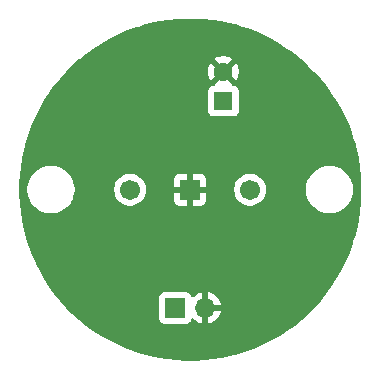
<source format=gbr>
%TF.GenerationSoftware,KiCad,Pcbnew,9.0.1-9.0.1-0~ubuntu24.04.1*%
%TF.CreationDate,2025-04-06T11:06:09+01:00*%
%TF.ProjectId,AccessibleSwitches,41636365-7373-4696-926c-655377697463,rev?*%
%TF.SameCoordinates,Original*%
%TF.FileFunction,Copper,L2,Bot*%
%TF.FilePolarity,Positive*%
%FSLAX46Y46*%
G04 Gerber Fmt 4.6, Leading zero omitted, Abs format (unit mm)*
G04 Created by KiCad (PCBNEW 9.0.1-9.0.1-0~ubuntu24.04.1) date 2025-04-06 11:06:09*
%MOMM*%
%LPD*%
G01*
G04 APERTURE LIST*
%TA.AperFunction,ComponentPad*%
%ADD10C,1.701800*%
%TD*%
%TA.AperFunction,ComponentPad*%
%ADD11R,1.701800X1.701800*%
%TD*%
%TA.AperFunction,ComponentPad*%
%ADD12R,1.600000X1.600000*%
%TD*%
%TA.AperFunction,ComponentPad*%
%ADD13C,1.600000*%
%TD*%
%TA.AperFunction,ComponentPad*%
%ADD14R,1.700000X1.700000*%
%TD*%
%TA.AperFunction,ComponentPad*%
%ADD15O,1.700000X1.700000*%
%TD*%
G04 APERTURE END LIST*
D10*
%TO.P,SW1,1,1*%
%TO.N,+3.3V*%
X143602379Y-91000000D03*
D11*
%TO.P,SW1,2,2*%
%TO.N,GND*%
X148682379Y-91000000D03*
D10*
%TO.P,SW1,3*%
%TO.N,N/C*%
X153762379Y-91000000D03*
%TD*%
D12*
%TO.P,C2,1*%
%TO.N,+3.3V*%
X151500000Y-83500000D03*
D13*
%TO.P,C2,2*%
%TO.N,GND*%
X151500000Y-81000000D03*
%TD*%
D14*
%TO.P,J1,1,Pin_1*%
%TO.N,+3.3V*%
X147432379Y-101000000D03*
D15*
%TO.P,J1,2,Pin_2*%
%TO.N,GND*%
X149972379Y-101000000D03*
%TD*%
%TA.AperFunction,Conductor*%
%TO.N,GND*%
G36*
X149082796Y-76505639D02*
G01*
X149131976Y-76508216D01*
X149834390Y-76545027D01*
X149840818Y-76545533D01*
X150589376Y-76624209D01*
X150595752Y-76625049D01*
X151262352Y-76730628D01*
X151339116Y-76742787D01*
X151345499Y-76743970D01*
X151539770Y-76785263D01*
X152081666Y-76900447D01*
X152087953Y-76901956D01*
X152814961Y-77096757D01*
X152821163Y-77098594D01*
X153536952Y-77331169D01*
X153543049Y-77333327D01*
X154001089Y-77509153D01*
X154245686Y-77603045D01*
X154251679Y-77605527D01*
X154939245Y-77911651D01*
X154945071Y-77914429D01*
X155615676Y-78256120D01*
X155621381Y-78259218D01*
X156273176Y-78635532D01*
X156278675Y-78638902D01*
X156909901Y-79048825D01*
X156915218Y-79052479D01*
X157199949Y-79259348D01*
X157524102Y-79494859D01*
X157529253Y-79498811D01*
X158114151Y-79972453D01*
X158119087Y-79976669D01*
X158678387Y-80480264D01*
X158683096Y-80484733D01*
X159215266Y-81016903D01*
X159219735Y-81021612D01*
X159723330Y-81580912D01*
X159727546Y-81585848D01*
X160201188Y-82170746D01*
X160205139Y-82175896D01*
X160551147Y-82652135D01*
X160647509Y-82784765D01*
X160651186Y-82790115D01*
X161061086Y-83421306D01*
X161064478Y-83426841D01*
X161440781Y-84078618D01*
X161443879Y-84084323D01*
X161785561Y-84754911D01*
X161788356Y-84760771D01*
X162094470Y-85448316D01*
X162096954Y-85454313D01*
X162366667Y-86156938D01*
X162368834Y-86163058D01*
X162601401Y-86878825D01*
X162603245Y-86885049D01*
X162798040Y-87612033D01*
X162799555Y-87618346D01*
X162956029Y-88354500D01*
X162957212Y-88360883D01*
X163074945Y-89104215D01*
X163075793Y-89110652D01*
X163154464Y-89859160D01*
X163154973Y-89865631D01*
X163194361Y-90617203D01*
X163194531Y-90623693D01*
X163194531Y-91376306D01*
X163194361Y-91382796D01*
X163154973Y-92134368D01*
X163154464Y-92140839D01*
X163075793Y-92889347D01*
X163074945Y-92895784D01*
X162957212Y-93639116D01*
X162956029Y-93645499D01*
X162799555Y-94381653D01*
X162798040Y-94387966D01*
X162603245Y-95114950D01*
X162601401Y-95121174D01*
X162368834Y-95836941D01*
X162366667Y-95843061D01*
X162096954Y-96545686D01*
X162094470Y-96551683D01*
X161788356Y-97239228D01*
X161785561Y-97245088D01*
X161443879Y-97915676D01*
X161440781Y-97921381D01*
X161064478Y-98573158D01*
X161061086Y-98578693D01*
X160651186Y-99209884D01*
X160647509Y-99215234D01*
X160205140Y-99824102D01*
X160201188Y-99829253D01*
X159727546Y-100414151D01*
X159723330Y-100419087D01*
X159219735Y-100978387D01*
X159215266Y-100983096D01*
X158683096Y-101515266D01*
X158678387Y-101519735D01*
X158119087Y-102023330D01*
X158114151Y-102027546D01*
X157529253Y-102501188D01*
X157524102Y-102505140D01*
X156915234Y-102947509D01*
X156909884Y-102951186D01*
X156278693Y-103361086D01*
X156273158Y-103364478D01*
X155621381Y-103740781D01*
X155615676Y-103743879D01*
X154945088Y-104085561D01*
X154939228Y-104088356D01*
X154251683Y-104394470D01*
X154245686Y-104396954D01*
X153543061Y-104666667D01*
X153536941Y-104668834D01*
X152821174Y-104901401D01*
X152814950Y-104903245D01*
X152087966Y-105098040D01*
X152081653Y-105099555D01*
X151345499Y-105256029D01*
X151339116Y-105257212D01*
X150595784Y-105374945D01*
X150589347Y-105375793D01*
X149840839Y-105454464D01*
X149834368Y-105454973D01*
X149082797Y-105494361D01*
X149076307Y-105494531D01*
X148323693Y-105494531D01*
X148317203Y-105494361D01*
X147565631Y-105454973D01*
X147559160Y-105454464D01*
X146810652Y-105375793D01*
X146804215Y-105374945D01*
X146060883Y-105257212D01*
X146054500Y-105256029D01*
X145318346Y-105099555D01*
X145312033Y-105098040D01*
X144585049Y-104903245D01*
X144578825Y-104901401D01*
X143863058Y-104668834D01*
X143856938Y-104666667D01*
X143154313Y-104396954D01*
X143148316Y-104394470D01*
X142460771Y-104088356D01*
X142454911Y-104085561D01*
X141784323Y-103743879D01*
X141778618Y-103740781D01*
X141126841Y-103364478D01*
X141121306Y-103361086D01*
X140490106Y-102951180D01*
X140484765Y-102947509D01*
X139875897Y-102505140D01*
X139870746Y-102501188D01*
X139285848Y-102027546D01*
X139280912Y-102023330D01*
X138721612Y-101519735D01*
X138716903Y-101515266D01*
X138184733Y-100983096D01*
X138180264Y-100978387D01*
X137676669Y-100419087D01*
X137672453Y-100414151D01*
X137480284Y-100176842D01*
X137419787Y-100102135D01*
X146081879Y-100102135D01*
X146081879Y-101897870D01*
X146081880Y-101897876D01*
X146088287Y-101957483D01*
X146138581Y-102092328D01*
X146138585Y-102092335D01*
X146224831Y-102207544D01*
X146224834Y-102207547D01*
X146340043Y-102293793D01*
X146340050Y-102293797D01*
X146474896Y-102344091D01*
X146474895Y-102344091D01*
X146481823Y-102344835D01*
X146534506Y-102350500D01*
X148330251Y-102350499D01*
X148389862Y-102344091D01*
X148524710Y-102293796D01*
X148639925Y-102207546D01*
X148726175Y-102092331D01*
X148775381Y-101960401D01*
X148817251Y-101904468D01*
X148882716Y-101880050D01*
X148950989Y-101894901D01*
X148979244Y-101916053D01*
X149092914Y-102029723D01*
X149092919Y-102029727D01*
X149264821Y-102154620D01*
X149454161Y-102251095D01*
X149656250Y-102316757D01*
X149722379Y-102327231D01*
X149722379Y-101433012D01*
X149779386Y-101465925D01*
X149906553Y-101500000D01*
X150038205Y-101500000D01*
X150165372Y-101465925D01*
X150222379Y-101433012D01*
X150222379Y-102327230D01*
X150288505Y-102316757D01*
X150288508Y-102316757D01*
X150490596Y-102251095D01*
X150679936Y-102154620D01*
X150851838Y-102029727D01*
X150851843Y-102029723D01*
X151002102Y-101879464D01*
X151002106Y-101879459D01*
X151126999Y-101707557D01*
X151223474Y-101518217D01*
X151289136Y-101316129D01*
X151289136Y-101316126D01*
X151299610Y-101250000D01*
X150405391Y-101250000D01*
X150438304Y-101192993D01*
X150472379Y-101065826D01*
X150472379Y-100934174D01*
X150438304Y-100807007D01*
X150405391Y-100750000D01*
X151299610Y-100750000D01*
X151289136Y-100683873D01*
X151289136Y-100683870D01*
X151223474Y-100481782D01*
X151126999Y-100292442D01*
X151002106Y-100120540D01*
X151002102Y-100120535D01*
X150851843Y-99970276D01*
X150851838Y-99970272D01*
X150679936Y-99845379D01*
X150490594Y-99748903D01*
X150288503Y-99683241D01*
X150222379Y-99672768D01*
X150222379Y-100566988D01*
X150165372Y-100534075D01*
X150038205Y-100500000D01*
X149906553Y-100500000D01*
X149779386Y-100534075D01*
X149722379Y-100566988D01*
X149722379Y-99672768D01*
X149722378Y-99672768D01*
X149656254Y-99683241D01*
X149454163Y-99748903D01*
X149264821Y-99845379D01*
X149092920Y-99970271D01*
X148979244Y-100083947D01*
X148917921Y-100117431D01*
X148848229Y-100112447D01*
X148792296Y-100070575D01*
X148775381Y-100039598D01*
X148726176Y-99907671D01*
X148726172Y-99907664D01*
X148639926Y-99792455D01*
X148639923Y-99792452D01*
X148524714Y-99706206D01*
X148524707Y-99706202D01*
X148389861Y-99655908D01*
X148389862Y-99655908D01*
X148330262Y-99649501D01*
X148330260Y-99649500D01*
X148330252Y-99649500D01*
X148330243Y-99649500D01*
X146534508Y-99649500D01*
X146534502Y-99649501D01*
X146474895Y-99655908D01*
X146340050Y-99706202D01*
X146340043Y-99706206D01*
X146224834Y-99792452D01*
X146224831Y-99792455D01*
X146138585Y-99907664D01*
X146138581Y-99907671D01*
X146088287Y-100042517D01*
X146081880Y-100102116D01*
X146081879Y-100102135D01*
X137419787Y-100102135D01*
X137198811Y-99829253D01*
X137194859Y-99824102D01*
X137171866Y-99792455D01*
X136752479Y-99215218D01*
X136748825Y-99209901D01*
X136338902Y-98578675D01*
X136335532Y-98573176D01*
X135959218Y-97921381D01*
X135956120Y-97915676D01*
X135633926Y-97283335D01*
X135614429Y-97245071D01*
X135611651Y-97239245D01*
X135305527Y-96551679D01*
X135303045Y-96545686D01*
X135033327Y-95843049D01*
X135031165Y-95836941D01*
X134798598Y-95121174D01*
X134796754Y-95114950D01*
X134601959Y-94387966D01*
X134600444Y-94381653D01*
X134443970Y-93645499D01*
X134442787Y-93639116D01*
X134430628Y-93562352D01*
X134325049Y-92895752D01*
X134324209Y-92889376D01*
X134245533Y-92140818D01*
X134245027Y-92134390D01*
X134205639Y-91382795D01*
X134205469Y-91376306D01*
X134205469Y-90868872D01*
X134899500Y-90868872D01*
X134899500Y-91131127D01*
X134905835Y-91179240D01*
X134933730Y-91391116D01*
X134998831Y-91634076D01*
X135001602Y-91644418D01*
X135001605Y-91644428D01*
X135101953Y-91886690D01*
X135101958Y-91886700D01*
X135233075Y-92113803D01*
X135392718Y-92321851D01*
X135392726Y-92321860D01*
X135578140Y-92507274D01*
X135578148Y-92507281D01*
X135786196Y-92666924D01*
X136013299Y-92798041D01*
X136013309Y-92798046D01*
X136233730Y-92889347D01*
X136255581Y-92898398D01*
X136508884Y-92966270D01*
X136768880Y-93000500D01*
X136768887Y-93000500D01*
X137031113Y-93000500D01*
X137031120Y-93000500D01*
X137291116Y-92966270D01*
X137544419Y-92898398D01*
X137786697Y-92798043D01*
X138013803Y-92666924D01*
X138221851Y-92507282D01*
X138221855Y-92507277D01*
X138221860Y-92507274D01*
X138407274Y-92321860D01*
X138407277Y-92321855D01*
X138407282Y-92321851D01*
X138566924Y-92113803D01*
X138698043Y-91886697D01*
X138700661Y-91880378D01*
X138745294Y-91772624D01*
X138798398Y-91644419D01*
X138866270Y-91391116D01*
X138900500Y-91131120D01*
X138900500Y-90893642D01*
X142250979Y-90893642D01*
X142250979Y-91106357D01*
X142284255Y-91316455D01*
X142349985Y-91518755D01*
X142349986Y-91518758D01*
X142414014Y-91644418D01*
X142446558Y-91708288D01*
X142571589Y-91880378D01*
X142722001Y-92030790D01*
X142894091Y-92155821D01*
X142987049Y-92203185D01*
X143083620Y-92252392D01*
X143083623Y-92252393D01*
X143184773Y-92285258D01*
X143285925Y-92318124D01*
X143496021Y-92351400D01*
X143496022Y-92351400D01*
X143708736Y-92351400D01*
X143708737Y-92351400D01*
X143918833Y-92318124D01*
X144121137Y-92252392D01*
X144310667Y-92155821D01*
X144482757Y-92030790D01*
X144633169Y-91880378D01*
X144758200Y-91708288D01*
X144854771Y-91518758D01*
X144920503Y-91316454D01*
X144953779Y-91106358D01*
X144953779Y-90893642D01*
X144920503Y-90683546D01*
X144854771Y-90481242D01*
X144854771Y-90481241D01*
X144758199Y-90291711D01*
X144633169Y-90119622D01*
X144614802Y-90101255D01*
X147331479Y-90101255D01*
X147331479Y-90750000D01*
X148137475Y-90750000D01*
X148126156Y-90769605D01*
X148085479Y-90921417D01*
X148085479Y-91078583D01*
X148126156Y-91230395D01*
X148137475Y-91250000D01*
X147331479Y-91250000D01*
X147331479Y-91898744D01*
X147337880Y-91958272D01*
X147337882Y-91958279D01*
X147388124Y-92092986D01*
X147388128Y-92092993D01*
X147474288Y-92208087D01*
X147474291Y-92208090D01*
X147589385Y-92294250D01*
X147589392Y-92294254D01*
X147724099Y-92344496D01*
X147724106Y-92344498D01*
X147783634Y-92350899D01*
X147783651Y-92350900D01*
X148432379Y-92350900D01*
X148432379Y-91544903D01*
X148451984Y-91556223D01*
X148603796Y-91596900D01*
X148760962Y-91596900D01*
X148912774Y-91556223D01*
X148932379Y-91544903D01*
X148932379Y-92350900D01*
X149581107Y-92350900D01*
X149581123Y-92350899D01*
X149640651Y-92344498D01*
X149640658Y-92344496D01*
X149775365Y-92294254D01*
X149775372Y-92294250D01*
X149890466Y-92208090D01*
X149890469Y-92208087D01*
X149976629Y-92092993D01*
X149976633Y-92092986D01*
X150026875Y-91958279D01*
X150026877Y-91958272D01*
X150033278Y-91898744D01*
X150033279Y-91898727D01*
X150033279Y-91250000D01*
X149227283Y-91250000D01*
X149238602Y-91230395D01*
X149279279Y-91078583D01*
X149279279Y-90921417D01*
X149271837Y-90893642D01*
X152410979Y-90893642D01*
X152410979Y-91106357D01*
X152444255Y-91316455D01*
X152509985Y-91518755D01*
X152509986Y-91518758D01*
X152574014Y-91644418D01*
X152606558Y-91708288D01*
X152731589Y-91880378D01*
X152882001Y-92030790D01*
X153054091Y-92155821D01*
X153147049Y-92203185D01*
X153243620Y-92252392D01*
X153243623Y-92252393D01*
X153344773Y-92285258D01*
X153445925Y-92318124D01*
X153656021Y-92351400D01*
X153656022Y-92351400D01*
X153868736Y-92351400D01*
X153868737Y-92351400D01*
X154078833Y-92318124D01*
X154281137Y-92252392D01*
X154470667Y-92155821D01*
X154642757Y-92030790D01*
X154793169Y-91880378D01*
X154918200Y-91708288D01*
X155014771Y-91518758D01*
X155080503Y-91316454D01*
X155113779Y-91106358D01*
X155113779Y-90893642D01*
X155109856Y-90868872D01*
X158499500Y-90868872D01*
X158499500Y-91131127D01*
X158505835Y-91179240D01*
X158533730Y-91391116D01*
X158598831Y-91634076D01*
X158601602Y-91644418D01*
X158601605Y-91644428D01*
X158701953Y-91886690D01*
X158701958Y-91886700D01*
X158833075Y-92113803D01*
X158992718Y-92321851D01*
X158992726Y-92321860D01*
X159178140Y-92507274D01*
X159178148Y-92507281D01*
X159386196Y-92666924D01*
X159613299Y-92798041D01*
X159613309Y-92798046D01*
X159833730Y-92889347D01*
X159855581Y-92898398D01*
X160108884Y-92966270D01*
X160368880Y-93000500D01*
X160368887Y-93000500D01*
X160631113Y-93000500D01*
X160631120Y-93000500D01*
X160891116Y-92966270D01*
X161144419Y-92898398D01*
X161386697Y-92798043D01*
X161613803Y-92666924D01*
X161821851Y-92507282D01*
X161821855Y-92507277D01*
X161821860Y-92507274D01*
X162007274Y-92321860D01*
X162007277Y-92321855D01*
X162007282Y-92321851D01*
X162166924Y-92113803D01*
X162298043Y-91886697D01*
X162300661Y-91880378D01*
X162345294Y-91772624D01*
X162398398Y-91644419D01*
X162466270Y-91391116D01*
X162500500Y-91131120D01*
X162500500Y-90868880D01*
X162466270Y-90608884D01*
X162398398Y-90355581D01*
X162345294Y-90227376D01*
X162298046Y-90113309D01*
X162298041Y-90113299D01*
X162166924Y-89886196D01*
X162007281Y-89678148D01*
X162007274Y-89678140D01*
X161821860Y-89492726D01*
X161821851Y-89492718D01*
X161613803Y-89333075D01*
X161386700Y-89201958D01*
X161386690Y-89201953D01*
X161144428Y-89101605D01*
X161144421Y-89101603D01*
X161144419Y-89101602D01*
X160891116Y-89033730D01*
X160833339Y-89026123D01*
X160631127Y-88999500D01*
X160631120Y-88999500D01*
X160368880Y-88999500D01*
X160368872Y-88999500D01*
X160137772Y-89029926D01*
X160108884Y-89033730D01*
X159855581Y-89101602D01*
X159855571Y-89101605D01*
X159613309Y-89201953D01*
X159613299Y-89201958D01*
X159386196Y-89333075D01*
X159178148Y-89492718D01*
X158992718Y-89678148D01*
X158833075Y-89886196D01*
X158701958Y-90113299D01*
X158701953Y-90113309D01*
X158601605Y-90355571D01*
X158601602Y-90355581D01*
X158533730Y-90608884D01*
X158532208Y-90620447D01*
X158499500Y-90868872D01*
X155109856Y-90868872D01*
X155080503Y-90683546D01*
X155014771Y-90481242D01*
X155014771Y-90481241D01*
X154918199Y-90291711D01*
X154793169Y-90119622D01*
X154642757Y-89969210D01*
X154470667Y-89844179D01*
X154281137Y-89747607D01*
X154281134Y-89747606D01*
X154078834Y-89681876D01*
X153973785Y-89665238D01*
X153868737Y-89648600D01*
X153656021Y-89648600D01*
X153585989Y-89659692D01*
X153445923Y-89681876D01*
X153243623Y-89747606D01*
X153243620Y-89747607D01*
X153054090Y-89844179D01*
X152996258Y-89886197D01*
X152882001Y-89969210D01*
X152881999Y-89969212D01*
X152881998Y-89969212D01*
X152731591Y-90119619D01*
X152731591Y-90119620D01*
X152731589Y-90119622D01*
X152694379Y-90170837D01*
X152606558Y-90291711D01*
X152509986Y-90481241D01*
X152509985Y-90481244D01*
X152444255Y-90683544D01*
X152410979Y-90893642D01*
X149271837Y-90893642D01*
X149238602Y-90769605D01*
X149227283Y-90750000D01*
X150033279Y-90750000D01*
X150033279Y-90101272D01*
X150033278Y-90101255D01*
X150026877Y-90041727D01*
X150026875Y-90041720D01*
X149976633Y-89907013D01*
X149976629Y-89907006D01*
X149890469Y-89791912D01*
X149890466Y-89791909D01*
X149775372Y-89705749D01*
X149775365Y-89705745D01*
X149640658Y-89655503D01*
X149640651Y-89655501D01*
X149581123Y-89649100D01*
X148932379Y-89649100D01*
X148932379Y-90455096D01*
X148912774Y-90443777D01*
X148760962Y-90403100D01*
X148603796Y-90403100D01*
X148451984Y-90443777D01*
X148432379Y-90455096D01*
X148432379Y-89649100D01*
X147783634Y-89649100D01*
X147724106Y-89655501D01*
X147724099Y-89655503D01*
X147589392Y-89705745D01*
X147589385Y-89705749D01*
X147474291Y-89791909D01*
X147474288Y-89791912D01*
X147388128Y-89907006D01*
X147388124Y-89907013D01*
X147337882Y-90041720D01*
X147337880Y-90041727D01*
X147331479Y-90101255D01*
X144614802Y-90101255D01*
X144482757Y-89969210D01*
X144310667Y-89844179D01*
X144121137Y-89747607D01*
X144121134Y-89747606D01*
X143918834Y-89681876D01*
X143813785Y-89665238D01*
X143708737Y-89648600D01*
X143496021Y-89648600D01*
X143425989Y-89659692D01*
X143285923Y-89681876D01*
X143083623Y-89747606D01*
X143083620Y-89747607D01*
X142894090Y-89844179D01*
X142836258Y-89886197D01*
X142722001Y-89969210D01*
X142721999Y-89969212D01*
X142721998Y-89969212D01*
X142571591Y-90119619D01*
X142571591Y-90119620D01*
X142571589Y-90119622D01*
X142534379Y-90170837D01*
X142446558Y-90291711D01*
X142349986Y-90481241D01*
X142349985Y-90481244D01*
X142284255Y-90683544D01*
X142250979Y-90893642D01*
X138900500Y-90893642D01*
X138900500Y-90868880D01*
X138866270Y-90608884D01*
X138798398Y-90355581D01*
X138745294Y-90227376D01*
X138698046Y-90113309D01*
X138698041Y-90113299D01*
X138566924Y-89886196D01*
X138407281Y-89678148D01*
X138407274Y-89678140D01*
X138221860Y-89492726D01*
X138221851Y-89492718D01*
X138013803Y-89333075D01*
X137786700Y-89201958D01*
X137786690Y-89201953D01*
X137544428Y-89101605D01*
X137544421Y-89101603D01*
X137544419Y-89101602D01*
X137291116Y-89033730D01*
X137233339Y-89026123D01*
X137031127Y-88999500D01*
X137031120Y-88999500D01*
X136768880Y-88999500D01*
X136768872Y-88999500D01*
X136537772Y-89029926D01*
X136508884Y-89033730D01*
X136255581Y-89101602D01*
X136255571Y-89101605D01*
X136013309Y-89201953D01*
X136013299Y-89201958D01*
X135786196Y-89333075D01*
X135578148Y-89492718D01*
X135392718Y-89678148D01*
X135233075Y-89886196D01*
X135101958Y-90113299D01*
X135101953Y-90113309D01*
X135001605Y-90355571D01*
X135001602Y-90355581D01*
X134933730Y-90608884D01*
X134932208Y-90620447D01*
X134899500Y-90868872D01*
X134205469Y-90868872D01*
X134205469Y-90623693D01*
X134205639Y-90617204D01*
X134214728Y-90443777D01*
X134245028Y-89865606D01*
X134245533Y-89859184D01*
X134324210Y-89110618D01*
X134325049Y-89104252D01*
X134442787Y-88360880D01*
X134443970Y-88354500D01*
X134445095Y-88349207D01*
X134600449Y-87618324D01*
X134601953Y-87612054D01*
X134796760Y-86885028D01*
X134798591Y-86878846D01*
X135031173Y-86163034D01*
X135033323Y-86156962D01*
X135303051Y-85454296D01*
X135305521Y-85448333D01*
X135611658Y-84760739D01*
X135614422Y-84754943D01*
X135956128Y-84084307D01*
X135959209Y-84078634D01*
X136335542Y-83426806D01*
X136338891Y-83421341D01*
X136748836Y-82790080D01*
X136752466Y-82784799D01*
X136848852Y-82652135D01*
X150199500Y-82652135D01*
X150199500Y-84347870D01*
X150199501Y-84347876D01*
X150205908Y-84407483D01*
X150256202Y-84542328D01*
X150256206Y-84542335D01*
X150342452Y-84657544D01*
X150342455Y-84657547D01*
X150457664Y-84743793D01*
X150457671Y-84743797D01*
X150592517Y-84794091D01*
X150592516Y-84794091D01*
X150599444Y-84794835D01*
X150652127Y-84800500D01*
X152347872Y-84800499D01*
X152407483Y-84794091D01*
X152542331Y-84743796D01*
X152657546Y-84657546D01*
X152743796Y-84542331D01*
X152794091Y-84407483D01*
X152800500Y-84347873D01*
X152800499Y-82652128D01*
X152794091Y-82592517D01*
X152743796Y-82457669D01*
X152743795Y-82457668D01*
X152743793Y-82457664D01*
X152657547Y-82342455D01*
X152657544Y-82342452D01*
X152542335Y-82256206D01*
X152542328Y-82256202D01*
X152407482Y-82205908D01*
X152407483Y-82205908D01*
X152347883Y-82199501D01*
X152347881Y-82199500D01*
X152347873Y-82199500D01*
X152347864Y-82199500D01*
X152344548Y-82199322D01*
X152344632Y-82197742D01*
X152283579Y-82179815D01*
X152237824Y-82127011D01*
X152230173Y-82083725D01*
X151546447Y-81400000D01*
X151552661Y-81400000D01*
X151654394Y-81372741D01*
X151745606Y-81320080D01*
X151820080Y-81245606D01*
X151872741Y-81154394D01*
X151900000Y-81052661D01*
X151900000Y-81046448D01*
X152579474Y-81725922D01*
X152579474Y-81725921D01*
X152611859Y-81681349D01*
X152704755Y-81499031D01*
X152767990Y-81304417D01*
X152800000Y-81102317D01*
X152800000Y-80897682D01*
X152767990Y-80695582D01*
X152704755Y-80500968D01*
X152611859Y-80318650D01*
X152579474Y-80274077D01*
X152579474Y-80274076D01*
X151900000Y-80953551D01*
X151900000Y-80947339D01*
X151872741Y-80845606D01*
X151820080Y-80754394D01*
X151745606Y-80679920D01*
X151654394Y-80627259D01*
X151552661Y-80600000D01*
X151546446Y-80600000D01*
X152225922Y-79920524D01*
X152225921Y-79920523D01*
X152181359Y-79888147D01*
X152181350Y-79888141D01*
X151999031Y-79795244D01*
X151804417Y-79732009D01*
X151602317Y-79700000D01*
X151397683Y-79700000D01*
X151195582Y-79732009D01*
X151000968Y-79795244D01*
X150818644Y-79888143D01*
X150774077Y-79920523D01*
X150774077Y-79920524D01*
X151453554Y-80600000D01*
X151447339Y-80600000D01*
X151345606Y-80627259D01*
X151254394Y-80679920D01*
X151179920Y-80754394D01*
X151127259Y-80845606D01*
X151100000Y-80947339D01*
X151100000Y-80953553D01*
X150420524Y-80274077D01*
X150420523Y-80274077D01*
X150388143Y-80318644D01*
X150295244Y-80500968D01*
X150232009Y-80695582D01*
X150200000Y-80897682D01*
X150200000Y-81102317D01*
X150232009Y-81304417D01*
X150295244Y-81499031D01*
X150388141Y-81681350D01*
X150388147Y-81681359D01*
X150420523Y-81725921D01*
X150420524Y-81725922D01*
X151100000Y-81046446D01*
X151100000Y-81052661D01*
X151127259Y-81154394D01*
X151179920Y-81245606D01*
X151254394Y-81320080D01*
X151345606Y-81372741D01*
X151447339Y-81400000D01*
X151453553Y-81400000D01*
X150769067Y-82084483D01*
X150758633Y-82134150D01*
X150709581Y-82183906D01*
X150655365Y-82198000D01*
X150655423Y-82199099D01*
X150655429Y-82199146D01*
X150655426Y-82199146D01*
X150655436Y-82199324D01*
X150652123Y-82199501D01*
X150592516Y-82205908D01*
X150457671Y-82256202D01*
X150457664Y-82256206D01*
X150342455Y-82342452D01*
X150342452Y-82342455D01*
X150256206Y-82457664D01*
X150256202Y-82457671D01*
X150205908Y-82592517D01*
X150199501Y-82652116D01*
X150199501Y-82652123D01*
X150199500Y-82652135D01*
X136848852Y-82652135D01*
X137194878Y-82175872D01*
X137198792Y-82170770D01*
X137672459Y-81585840D01*
X137676669Y-81580912D01*
X137750395Y-81499031D01*
X138180282Y-81021592D01*
X138184714Y-81016922D01*
X138716922Y-80484714D01*
X138721592Y-80480282D01*
X139280920Y-79976662D01*
X139285848Y-79972453D01*
X139349975Y-79920524D01*
X139870770Y-79498792D01*
X139875872Y-79494878D01*
X140484799Y-79052466D01*
X140490080Y-79048836D01*
X141121341Y-78638891D01*
X141126806Y-78635542D01*
X141778634Y-78259209D01*
X141784307Y-78256128D01*
X142454943Y-77914422D01*
X142460739Y-77911658D01*
X143148333Y-77605521D01*
X143154296Y-77603051D01*
X143856962Y-77333323D01*
X143863034Y-77331173D01*
X144578846Y-77098591D01*
X144585028Y-77096760D01*
X145312054Y-76901953D01*
X145318324Y-76900449D01*
X146054502Y-76743969D01*
X146060883Y-76742787D01*
X146804252Y-76625049D01*
X146810618Y-76624210D01*
X147559184Y-76545533D01*
X147565606Y-76545028D01*
X148271600Y-76508028D01*
X148317204Y-76505639D01*
X148323693Y-76505469D01*
X149076307Y-76505469D01*
X149082796Y-76505639D01*
G37*
%TD.AperFunction*%
%TD*%
M02*

</source>
